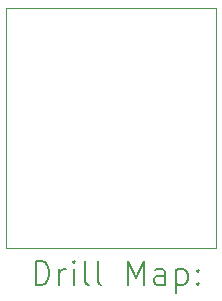
<source format=gbr>
%FSLAX45Y45*%
G04 Gerber Fmt 4.5, Leading zero omitted, Abs format (unit mm)*
G04 Created by KiCad (PCBNEW (6.0.0)) date 2022-01-24 17:52:06*
%MOMM*%
%LPD*%
G01*
G04 APERTURE LIST*
%TA.AperFunction,Profile*%
%ADD10C,0.100000*%
%TD*%
%ADD11C,0.200000*%
G04 APERTURE END LIST*
D10*
X13335000Y-9779000D02*
X13335000Y-7747000D01*
X11557000Y-7747000D02*
X11557000Y-9779000D01*
X13335000Y-7747000D02*
X11557000Y-7747000D01*
X11557000Y-9779000D02*
X13335000Y-9779000D01*
D11*
X11809619Y-10094476D02*
X11809619Y-9894476D01*
X11857238Y-9894476D01*
X11885809Y-9904000D01*
X11904857Y-9923048D01*
X11914381Y-9942095D01*
X11923905Y-9980190D01*
X11923905Y-10008762D01*
X11914381Y-10046857D01*
X11904857Y-10065905D01*
X11885809Y-10084952D01*
X11857238Y-10094476D01*
X11809619Y-10094476D01*
X12009619Y-10094476D02*
X12009619Y-9961143D01*
X12009619Y-9999238D02*
X12019143Y-9980190D01*
X12028667Y-9970667D01*
X12047714Y-9961143D01*
X12066762Y-9961143D01*
X12133428Y-10094476D02*
X12133428Y-9961143D01*
X12133428Y-9894476D02*
X12123905Y-9904000D01*
X12133428Y-9913524D01*
X12142952Y-9904000D01*
X12133428Y-9894476D01*
X12133428Y-9913524D01*
X12257238Y-10094476D02*
X12238190Y-10084952D01*
X12228667Y-10065905D01*
X12228667Y-9894476D01*
X12362000Y-10094476D02*
X12342952Y-10084952D01*
X12333428Y-10065905D01*
X12333428Y-9894476D01*
X12590571Y-10094476D02*
X12590571Y-9894476D01*
X12657238Y-10037333D01*
X12723905Y-9894476D01*
X12723905Y-10094476D01*
X12904857Y-10094476D02*
X12904857Y-9989714D01*
X12895333Y-9970667D01*
X12876286Y-9961143D01*
X12838190Y-9961143D01*
X12819143Y-9970667D01*
X12904857Y-10084952D02*
X12885809Y-10094476D01*
X12838190Y-10094476D01*
X12819143Y-10084952D01*
X12809619Y-10065905D01*
X12809619Y-10046857D01*
X12819143Y-10027810D01*
X12838190Y-10018286D01*
X12885809Y-10018286D01*
X12904857Y-10008762D01*
X13000095Y-9961143D02*
X13000095Y-10161143D01*
X13000095Y-9970667D02*
X13019143Y-9961143D01*
X13057238Y-9961143D01*
X13076286Y-9970667D01*
X13085809Y-9980190D01*
X13095333Y-9999238D01*
X13095333Y-10056381D01*
X13085809Y-10075429D01*
X13076286Y-10084952D01*
X13057238Y-10094476D01*
X13019143Y-10094476D01*
X13000095Y-10084952D01*
X13181048Y-10075429D02*
X13190571Y-10084952D01*
X13181048Y-10094476D01*
X13171524Y-10084952D01*
X13181048Y-10075429D01*
X13181048Y-10094476D01*
X13181048Y-9970667D02*
X13190571Y-9980190D01*
X13181048Y-9989714D01*
X13171524Y-9980190D01*
X13181048Y-9970667D01*
X13181048Y-9989714D01*
M02*

</source>
